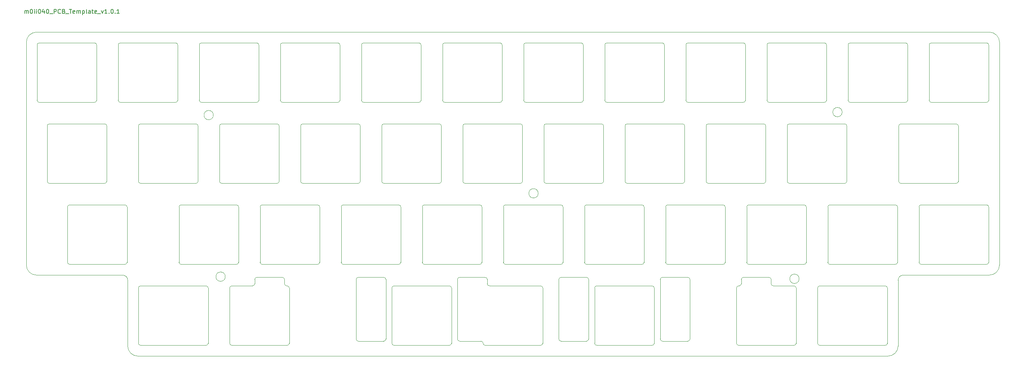
<source format=gbr>
%TF.GenerationSoftware,KiCad,Pcbnew,(7.0.0-0)*%
%TF.CreationDate,2023-04-18T10:06:41-04:00*%
%TF.ProjectId,plate,706c6174-652e-46b6-9963-61645f706362,rev?*%
%TF.SameCoordinates,Original*%
%TF.FileFunction,Profile,NP*%
%FSLAX46Y46*%
G04 Gerber Fmt 4.6, Leading zero omitted, Abs format (unit mm)*
G04 Created by KiCad (PCBNEW (7.0.0-0)) date 2023-04-18 10:06:41*
%MOMM*%
%LPD*%
G01*
G04 APERTURE LIST*
%ADD10C,0.150000*%
%TA.AperFunction,Profile*%
%ADD11C,0.010000*%
%TD*%
%TA.AperFunction,Profile*%
%ADD12C,0.100000*%
%TD*%
G04 APERTURE END LIST*
D10*
%TO.C,REF\u002A\u002A*%
X35795387Y-60379880D02*
X35795387Y-59713214D01*
X35795387Y-59808452D02*
X35843006Y-59760833D01*
X35843006Y-59760833D02*
X35938244Y-59713214D01*
X35938244Y-59713214D02*
X36081101Y-59713214D01*
X36081101Y-59713214D02*
X36176339Y-59760833D01*
X36176339Y-59760833D02*
X36223958Y-59856071D01*
X36223958Y-59856071D02*
X36223958Y-60379880D01*
X36223958Y-59856071D02*
X36271577Y-59760833D01*
X36271577Y-59760833D02*
X36366815Y-59713214D01*
X36366815Y-59713214D02*
X36509672Y-59713214D01*
X36509672Y-59713214D02*
X36604911Y-59760833D01*
X36604911Y-59760833D02*
X36652530Y-59856071D01*
X36652530Y-59856071D02*
X36652530Y-60379880D01*
X37319196Y-59379880D02*
X37414434Y-59379880D01*
X37414434Y-59379880D02*
X37509672Y-59427500D01*
X37509672Y-59427500D02*
X37557291Y-59475119D01*
X37557291Y-59475119D02*
X37604910Y-59570357D01*
X37604910Y-59570357D02*
X37652529Y-59760833D01*
X37652529Y-59760833D02*
X37652529Y-59998928D01*
X37652529Y-59998928D02*
X37604910Y-60189404D01*
X37604910Y-60189404D02*
X37557291Y-60284642D01*
X37557291Y-60284642D02*
X37509672Y-60332261D01*
X37509672Y-60332261D02*
X37414434Y-60379880D01*
X37414434Y-60379880D02*
X37319196Y-60379880D01*
X37319196Y-60379880D02*
X37223958Y-60332261D01*
X37223958Y-60332261D02*
X37176339Y-60284642D01*
X37176339Y-60284642D02*
X37128720Y-60189404D01*
X37128720Y-60189404D02*
X37081101Y-59998928D01*
X37081101Y-59998928D02*
X37081101Y-59760833D01*
X37081101Y-59760833D02*
X37128720Y-59570357D01*
X37128720Y-59570357D02*
X37176339Y-59475119D01*
X37176339Y-59475119D02*
X37223958Y-59427500D01*
X37223958Y-59427500D02*
X37319196Y-59379880D01*
X38081101Y-60379880D02*
X38081101Y-59713214D01*
X38081101Y-59379880D02*
X38033482Y-59427500D01*
X38033482Y-59427500D02*
X38081101Y-59475119D01*
X38081101Y-59475119D02*
X38128720Y-59427500D01*
X38128720Y-59427500D02*
X38081101Y-59379880D01*
X38081101Y-59379880D02*
X38081101Y-59475119D01*
X38557291Y-60379880D02*
X38557291Y-59713214D01*
X38557291Y-59379880D02*
X38509672Y-59427500D01*
X38509672Y-59427500D02*
X38557291Y-59475119D01*
X38557291Y-59475119D02*
X38604910Y-59427500D01*
X38604910Y-59427500D02*
X38557291Y-59379880D01*
X38557291Y-59379880D02*
X38557291Y-59475119D01*
X39223957Y-59379880D02*
X39319195Y-59379880D01*
X39319195Y-59379880D02*
X39414433Y-59427500D01*
X39414433Y-59427500D02*
X39462052Y-59475119D01*
X39462052Y-59475119D02*
X39509671Y-59570357D01*
X39509671Y-59570357D02*
X39557290Y-59760833D01*
X39557290Y-59760833D02*
X39557290Y-59998928D01*
X39557290Y-59998928D02*
X39509671Y-60189404D01*
X39509671Y-60189404D02*
X39462052Y-60284642D01*
X39462052Y-60284642D02*
X39414433Y-60332261D01*
X39414433Y-60332261D02*
X39319195Y-60379880D01*
X39319195Y-60379880D02*
X39223957Y-60379880D01*
X39223957Y-60379880D02*
X39128719Y-60332261D01*
X39128719Y-60332261D02*
X39081100Y-60284642D01*
X39081100Y-60284642D02*
X39033481Y-60189404D01*
X39033481Y-60189404D02*
X38985862Y-59998928D01*
X38985862Y-59998928D02*
X38985862Y-59760833D01*
X38985862Y-59760833D02*
X39033481Y-59570357D01*
X39033481Y-59570357D02*
X39081100Y-59475119D01*
X39081100Y-59475119D02*
X39128719Y-59427500D01*
X39128719Y-59427500D02*
X39223957Y-59379880D01*
X40414433Y-59713214D02*
X40414433Y-60379880D01*
X40176338Y-59332261D02*
X39938243Y-60046547D01*
X39938243Y-60046547D02*
X40557290Y-60046547D01*
X41128719Y-59379880D02*
X41223957Y-59379880D01*
X41223957Y-59379880D02*
X41319195Y-59427500D01*
X41319195Y-59427500D02*
X41366814Y-59475119D01*
X41366814Y-59475119D02*
X41414433Y-59570357D01*
X41414433Y-59570357D02*
X41462052Y-59760833D01*
X41462052Y-59760833D02*
X41462052Y-59998928D01*
X41462052Y-59998928D02*
X41414433Y-60189404D01*
X41414433Y-60189404D02*
X41366814Y-60284642D01*
X41366814Y-60284642D02*
X41319195Y-60332261D01*
X41319195Y-60332261D02*
X41223957Y-60379880D01*
X41223957Y-60379880D02*
X41128719Y-60379880D01*
X41128719Y-60379880D02*
X41033481Y-60332261D01*
X41033481Y-60332261D02*
X40985862Y-60284642D01*
X40985862Y-60284642D02*
X40938243Y-60189404D01*
X40938243Y-60189404D02*
X40890624Y-59998928D01*
X40890624Y-59998928D02*
X40890624Y-59760833D01*
X40890624Y-59760833D02*
X40938243Y-59570357D01*
X40938243Y-59570357D02*
X40985862Y-59475119D01*
X40985862Y-59475119D02*
X41033481Y-59427500D01*
X41033481Y-59427500D02*
X41128719Y-59379880D01*
X41652529Y-60475119D02*
X42414433Y-60475119D01*
X42652529Y-60379880D02*
X42652529Y-59379880D01*
X42652529Y-59379880D02*
X43033481Y-59379880D01*
X43033481Y-59379880D02*
X43128719Y-59427500D01*
X43128719Y-59427500D02*
X43176338Y-59475119D01*
X43176338Y-59475119D02*
X43223957Y-59570357D01*
X43223957Y-59570357D02*
X43223957Y-59713214D01*
X43223957Y-59713214D02*
X43176338Y-59808452D01*
X43176338Y-59808452D02*
X43128719Y-59856071D01*
X43128719Y-59856071D02*
X43033481Y-59903690D01*
X43033481Y-59903690D02*
X42652529Y-59903690D01*
X44223957Y-60284642D02*
X44176338Y-60332261D01*
X44176338Y-60332261D02*
X44033481Y-60379880D01*
X44033481Y-60379880D02*
X43938243Y-60379880D01*
X43938243Y-60379880D02*
X43795386Y-60332261D01*
X43795386Y-60332261D02*
X43700148Y-60237023D01*
X43700148Y-60237023D02*
X43652529Y-60141785D01*
X43652529Y-60141785D02*
X43604910Y-59951309D01*
X43604910Y-59951309D02*
X43604910Y-59808452D01*
X43604910Y-59808452D02*
X43652529Y-59617976D01*
X43652529Y-59617976D02*
X43700148Y-59522738D01*
X43700148Y-59522738D02*
X43795386Y-59427500D01*
X43795386Y-59427500D02*
X43938243Y-59379880D01*
X43938243Y-59379880D02*
X44033481Y-59379880D01*
X44033481Y-59379880D02*
X44176338Y-59427500D01*
X44176338Y-59427500D02*
X44223957Y-59475119D01*
X44985862Y-59856071D02*
X45128719Y-59903690D01*
X45128719Y-59903690D02*
X45176338Y-59951309D01*
X45176338Y-59951309D02*
X45223957Y-60046547D01*
X45223957Y-60046547D02*
X45223957Y-60189404D01*
X45223957Y-60189404D02*
X45176338Y-60284642D01*
X45176338Y-60284642D02*
X45128719Y-60332261D01*
X45128719Y-60332261D02*
X45033481Y-60379880D01*
X45033481Y-60379880D02*
X44652529Y-60379880D01*
X44652529Y-60379880D02*
X44652529Y-59379880D01*
X44652529Y-59379880D02*
X44985862Y-59379880D01*
X44985862Y-59379880D02*
X45081100Y-59427500D01*
X45081100Y-59427500D02*
X45128719Y-59475119D01*
X45128719Y-59475119D02*
X45176338Y-59570357D01*
X45176338Y-59570357D02*
X45176338Y-59665595D01*
X45176338Y-59665595D02*
X45128719Y-59760833D01*
X45128719Y-59760833D02*
X45081100Y-59808452D01*
X45081100Y-59808452D02*
X44985862Y-59856071D01*
X44985862Y-59856071D02*
X44652529Y-59856071D01*
X45414434Y-60475119D02*
X46176338Y-60475119D01*
X46271577Y-59379880D02*
X46843005Y-59379880D01*
X46557291Y-60379880D02*
X46557291Y-59379880D01*
X47557291Y-60332261D02*
X47462053Y-60379880D01*
X47462053Y-60379880D02*
X47271577Y-60379880D01*
X47271577Y-60379880D02*
X47176339Y-60332261D01*
X47176339Y-60332261D02*
X47128720Y-60237023D01*
X47128720Y-60237023D02*
X47128720Y-59856071D01*
X47128720Y-59856071D02*
X47176339Y-59760833D01*
X47176339Y-59760833D02*
X47271577Y-59713214D01*
X47271577Y-59713214D02*
X47462053Y-59713214D01*
X47462053Y-59713214D02*
X47557291Y-59760833D01*
X47557291Y-59760833D02*
X47604910Y-59856071D01*
X47604910Y-59856071D02*
X47604910Y-59951309D01*
X47604910Y-59951309D02*
X47128720Y-60046547D01*
X48033482Y-60379880D02*
X48033482Y-59713214D01*
X48033482Y-59808452D02*
X48081101Y-59760833D01*
X48081101Y-59760833D02*
X48176339Y-59713214D01*
X48176339Y-59713214D02*
X48319196Y-59713214D01*
X48319196Y-59713214D02*
X48414434Y-59760833D01*
X48414434Y-59760833D02*
X48462053Y-59856071D01*
X48462053Y-59856071D02*
X48462053Y-60379880D01*
X48462053Y-59856071D02*
X48509672Y-59760833D01*
X48509672Y-59760833D02*
X48604910Y-59713214D01*
X48604910Y-59713214D02*
X48747767Y-59713214D01*
X48747767Y-59713214D02*
X48843006Y-59760833D01*
X48843006Y-59760833D02*
X48890625Y-59856071D01*
X48890625Y-59856071D02*
X48890625Y-60379880D01*
X49366815Y-59713214D02*
X49366815Y-60713214D01*
X49366815Y-59760833D02*
X49462053Y-59713214D01*
X49462053Y-59713214D02*
X49652529Y-59713214D01*
X49652529Y-59713214D02*
X49747767Y-59760833D01*
X49747767Y-59760833D02*
X49795386Y-59808452D01*
X49795386Y-59808452D02*
X49843005Y-59903690D01*
X49843005Y-59903690D02*
X49843005Y-60189404D01*
X49843005Y-60189404D02*
X49795386Y-60284642D01*
X49795386Y-60284642D02*
X49747767Y-60332261D01*
X49747767Y-60332261D02*
X49652529Y-60379880D01*
X49652529Y-60379880D02*
X49462053Y-60379880D01*
X49462053Y-60379880D02*
X49366815Y-60332261D01*
X50414434Y-60379880D02*
X50319196Y-60332261D01*
X50319196Y-60332261D02*
X50271577Y-60237023D01*
X50271577Y-60237023D02*
X50271577Y-59379880D01*
X51223958Y-60379880D02*
X51223958Y-59856071D01*
X51223958Y-59856071D02*
X51176339Y-59760833D01*
X51176339Y-59760833D02*
X51081101Y-59713214D01*
X51081101Y-59713214D02*
X50890625Y-59713214D01*
X50890625Y-59713214D02*
X50795387Y-59760833D01*
X51223958Y-60332261D02*
X51128720Y-60379880D01*
X51128720Y-60379880D02*
X50890625Y-60379880D01*
X50890625Y-60379880D02*
X50795387Y-60332261D01*
X50795387Y-60332261D02*
X50747768Y-60237023D01*
X50747768Y-60237023D02*
X50747768Y-60141785D01*
X50747768Y-60141785D02*
X50795387Y-60046547D01*
X50795387Y-60046547D02*
X50890625Y-59998928D01*
X50890625Y-59998928D02*
X51128720Y-59998928D01*
X51128720Y-59998928D02*
X51223958Y-59951309D01*
X51557292Y-59713214D02*
X51938244Y-59713214D01*
X51700149Y-59379880D02*
X51700149Y-60237023D01*
X51700149Y-60237023D02*
X51747768Y-60332261D01*
X51747768Y-60332261D02*
X51843006Y-60379880D01*
X51843006Y-60379880D02*
X51938244Y-60379880D01*
X52652530Y-60332261D02*
X52557292Y-60379880D01*
X52557292Y-60379880D02*
X52366816Y-60379880D01*
X52366816Y-60379880D02*
X52271578Y-60332261D01*
X52271578Y-60332261D02*
X52223959Y-60237023D01*
X52223959Y-60237023D02*
X52223959Y-59856071D01*
X52223959Y-59856071D02*
X52271578Y-59760833D01*
X52271578Y-59760833D02*
X52366816Y-59713214D01*
X52366816Y-59713214D02*
X52557292Y-59713214D01*
X52557292Y-59713214D02*
X52652530Y-59760833D01*
X52652530Y-59760833D02*
X52700149Y-59856071D01*
X52700149Y-59856071D02*
X52700149Y-59951309D01*
X52700149Y-59951309D02*
X52223959Y-60046547D01*
X52890626Y-60475119D02*
X53652530Y-60475119D01*
X53795388Y-59713214D02*
X54033483Y-60379880D01*
X54033483Y-60379880D02*
X54271578Y-59713214D01*
X55176340Y-60379880D02*
X54604912Y-60379880D01*
X54890626Y-60379880D02*
X54890626Y-59379880D01*
X54890626Y-59379880D02*
X54795388Y-59522738D01*
X54795388Y-59522738D02*
X54700150Y-59617976D01*
X54700150Y-59617976D02*
X54604912Y-59665595D01*
X55604912Y-60284642D02*
X55652531Y-60332261D01*
X55652531Y-60332261D02*
X55604912Y-60379880D01*
X55604912Y-60379880D02*
X55557293Y-60332261D01*
X55557293Y-60332261D02*
X55604912Y-60284642D01*
X55604912Y-60284642D02*
X55604912Y-60379880D01*
X56271578Y-59379880D02*
X56366816Y-59379880D01*
X56366816Y-59379880D02*
X56462054Y-59427500D01*
X56462054Y-59427500D02*
X56509673Y-59475119D01*
X56509673Y-59475119D02*
X56557292Y-59570357D01*
X56557292Y-59570357D02*
X56604911Y-59760833D01*
X56604911Y-59760833D02*
X56604911Y-59998928D01*
X56604911Y-59998928D02*
X56557292Y-60189404D01*
X56557292Y-60189404D02*
X56509673Y-60284642D01*
X56509673Y-60284642D02*
X56462054Y-60332261D01*
X56462054Y-60332261D02*
X56366816Y-60379880D01*
X56366816Y-60379880D02*
X56271578Y-60379880D01*
X56271578Y-60379880D02*
X56176340Y-60332261D01*
X56176340Y-60332261D02*
X56128721Y-60284642D01*
X56128721Y-60284642D02*
X56081102Y-60189404D01*
X56081102Y-60189404D02*
X56033483Y-59998928D01*
X56033483Y-59998928D02*
X56033483Y-59760833D01*
X56033483Y-59760833D02*
X56081102Y-59570357D01*
X56081102Y-59570357D02*
X56128721Y-59475119D01*
X56128721Y-59475119D02*
X56176340Y-59427500D01*
X56176340Y-59427500D02*
X56271578Y-59379880D01*
X57033483Y-60284642D02*
X57081102Y-60332261D01*
X57081102Y-60332261D02*
X57033483Y-60379880D01*
X57033483Y-60379880D02*
X56985864Y-60332261D01*
X56985864Y-60332261D02*
X57033483Y-60284642D01*
X57033483Y-60284642D02*
X57033483Y-60379880D01*
X58033482Y-60379880D02*
X57462054Y-60379880D01*
X57747768Y-60379880D02*
X57747768Y-59379880D01*
X57747768Y-59379880D02*
X57652530Y-59522738D01*
X57652530Y-59522738D02*
X57557292Y-59617976D01*
X57557292Y-59617976D02*
X57462054Y-59665595D01*
D11*
X62512500Y-86850000D02*
X62512500Y-99850000D01*
X63012500Y-100350000D02*
X76012500Y-100350000D01*
X76012500Y-86350000D02*
X63012500Y-86350000D01*
X76512500Y-99850000D02*
X76512500Y-86850000D01*
X63012500Y-86350000D02*
G75*
G03*
X62512500Y-86850000I1J-500001D01*
G01*
X62512500Y-99850000D02*
G75*
G03*
X63012500Y-100350000I500001J1D01*
G01*
X76512500Y-86850000D02*
G75*
G03*
X76012500Y-86350000I-500000J0D01*
G01*
X76012500Y-100350000D02*
G75*
G03*
X76512500Y-99850000I0J500000D01*
G01*
X191100000Y-67800000D02*
X191100000Y-80800000D01*
X191600000Y-81300000D02*
X204600000Y-81300000D01*
X204600000Y-67300000D02*
X191600000Y-67300000D01*
X205100000Y-80800000D02*
X205100000Y-67800000D01*
X191600000Y-67300000D02*
G75*
G03*
X191100000Y-67800000I1J-500001D01*
G01*
X191100000Y-80800000D02*
G75*
G03*
X191600000Y-81300000I500001J1D01*
G01*
X205100000Y-67800000D02*
G75*
G03*
X204600000Y-67300000I-500000J0D01*
G01*
X204600000Y-81300000D02*
G75*
G03*
X205100000Y-80800000I0J500000D01*
G01*
X153000000Y-67800000D02*
X153000000Y-80800000D01*
X153500000Y-81300000D02*
X166500000Y-81300000D01*
X166500000Y-67300000D02*
X153500000Y-67300000D01*
X167000000Y-80800000D02*
X167000000Y-67800000D01*
X153500000Y-67300000D02*
G75*
G03*
X153000000Y-67800000I1J-500001D01*
G01*
X153000000Y-80800000D02*
G75*
G03*
X153500000Y-81300000I500001J1D01*
G01*
X167000000Y-67800000D02*
G75*
G03*
X166500000Y-67300000I-500000J0D01*
G01*
X166500000Y-81300000D02*
G75*
G03*
X167000000Y-80800000I0J500000D01*
G01*
X176812500Y-86850000D02*
X176812500Y-99850000D01*
X177312500Y-100350000D02*
X190312500Y-100350000D01*
X190312500Y-86350000D02*
X177312500Y-86350000D01*
X190812500Y-99850000D02*
X190812500Y-86850000D01*
X177312500Y-86350000D02*
G75*
G03*
X176812500Y-86850000I1J-500001D01*
G01*
X176812500Y-99850000D02*
G75*
G03*
X177312500Y-100350000I500001J1D01*
G01*
X190812500Y-86850000D02*
G75*
G03*
X190312500Y-86350000I-500000J0D01*
G01*
X190312500Y-100350000D02*
G75*
G03*
X190812500Y-99850000I0J500000D01*
G01*
X157762500Y-86850000D02*
X157762500Y-99850000D01*
X158262500Y-100350000D02*
X171262500Y-100350000D01*
X171262500Y-86350000D02*
X158262500Y-86350000D01*
X171762500Y-99850000D02*
X171762500Y-86850000D01*
X158262500Y-86350000D02*
G75*
G03*
X157762500Y-86850000I1J-500001D01*
G01*
X157762500Y-99850000D02*
G75*
G03*
X158262500Y-100350000I500001J1D01*
G01*
X171762500Y-86850000D02*
G75*
G03*
X171262500Y-86350000I-500000J0D01*
G01*
X171262500Y-100350000D02*
G75*
G03*
X171762500Y-99850000I0J500000D01*
G01*
D12*
X36175000Y-67156250D02*
X36175000Y-119543750D01*
X38556250Y-121925000D02*
X58796875Y-121925000D01*
X59987500Y-123115625D02*
X59987500Y-138593750D01*
X62368750Y-140975000D02*
X238581250Y-140975000D01*
X240962500Y-138593750D02*
X240962500Y-123115625D01*
X242153125Y-121925000D02*
X262393750Y-121925000D01*
X262393750Y-64775000D02*
X38556250Y-64775000D01*
X264775000Y-119543750D02*
X264775000Y-67156250D01*
X38556250Y-64775000D02*
G75*
G03*
X36175000Y-67156250I0J-2381250D01*
G01*
X36175000Y-119543750D02*
G75*
G03*
X38556250Y-121925000I2381250J0D01*
G01*
X59987500Y-123115625D02*
G75*
G03*
X58796875Y-121925000I-1190600J25D01*
G01*
X59987500Y-138593750D02*
G75*
G03*
X62368750Y-140975000I2381250J0D01*
G01*
X242153125Y-121925000D02*
G75*
G03*
X240962500Y-123115625I-25J-1190600D01*
G01*
X238581250Y-140975000D02*
G75*
G03*
X240962500Y-138593750I-50J2381300D01*
G01*
X264775000Y-67156250D02*
G75*
G03*
X262393750Y-64775000I-2381300J-50D01*
G01*
X262393750Y-121925000D02*
G75*
G03*
X264775000Y-119543750I-50J2381300D01*
G01*
X80109958Y-84289904D02*
G75*
G03*
X80109958Y-84289904I-1100000J0D01*
G01*
X82909958Y-122289904D02*
G75*
G03*
X82909958Y-122289904I-1100000J0D01*
G01*
X156409958Y-102689904D02*
G75*
G03*
X156409958Y-102689904I-1100000J0D01*
G01*
X217709958Y-122789904D02*
G75*
G03*
X217709958Y-122789904I-1100000J0D01*
G01*
X227809958Y-83589904D02*
G75*
G03*
X227809958Y-83589904I-1100000J0D01*
G01*
D11*
X248250000Y-67800000D02*
X248250000Y-80800000D01*
X248750000Y-81300000D02*
X261750000Y-81300000D01*
X261750000Y-67300000D02*
X248750000Y-67300000D01*
X262250000Y-80800000D02*
X262250000Y-67800000D01*
X248750000Y-67300000D02*
G75*
G03*
X248250000Y-67800000I1J-500001D01*
G01*
X248250000Y-80800000D02*
G75*
G03*
X248750000Y-81300000I500001J1D01*
G01*
X262250000Y-67800000D02*
G75*
G03*
X261750000Y-67300000I-500000J0D01*
G01*
X261750000Y-81300000D02*
G75*
G03*
X262250000Y-80800000I0J500000D01*
G01*
X133950000Y-67800000D02*
X133950000Y-80800000D01*
X134450000Y-81300000D02*
X147450000Y-81300000D01*
X147450000Y-67300000D02*
X134450000Y-67300000D01*
X147950000Y-80800000D02*
X147950000Y-67800000D01*
X134450000Y-67300000D02*
G75*
G03*
X133950000Y-67800000I1J-500001D01*
G01*
X133950000Y-80800000D02*
G75*
G03*
X134450000Y-81300000I500001J1D01*
G01*
X147950000Y-67800000D02*
G75*
G03*
X147450000Y-67300000I-500000J0D01*
G01*
X147450000Y-81300000D02*
G75*
G03*
X147950000Y-80800000I0J500000D01*
G01*
X91087500Y-105900000D02*
X91087500Y-118900000D01*
X91587500Y-119400000D02*
X104587500Y-119400000D01*
X104587500Y-105400000D02*
X91587500Y-105400000D01*
X105087500Y-118900000D02*
X105087500Y-105900000D01*
X91587500Y-105400000D02*
G75*
G03*
X91087500Y-105900000I1J-500001D01*
G01*
X91087500Y-118900000D02*
G75*
G03*
X91587500Y-119400000I500001J1D01*
G01*
X105087500Y-105900000D02*
G75*
G03*
X104587500Y-105400000I-500000J0D01*
G01*
X104587500Y-119400000D02*
G75*
G03*
X105087500Y-118900000I0J500000D01*
G01*
X148237500Y-105900000D02*
X148237500Y-118900000D01*
X148737500Y-119400000D02*
X161737500Y-119400000D01*
X161737500Y-105400000D02*
X148737500Y-105400000D01*
X162237500Y-118900000D02*
X162237500Y-105900000D01*
X148737500Y-105400000D02*
G75*
G03*
X148237500Y-105900000I1J-500001D01*
G01*
X148237500Y-118900000D02*
G75*
G03*
X148737500Y-119400000I500001J1D01*
G01*
X162237500Y-105900000D02*
G75*
G03*
X161737500Y-105400000I-500000J0D01*
G01*
X161737500Y-119400000D02*
G75*
G03*
X162237500Y-118900000I0J500000D01*
G01*
X41081250Y-86850000D02*
X41081250Y-99850000D01*
X41581250Y-100350000D02*
X54581250Y-100350000D01*
X54581250Y-86350000D02*
X41581250Y-86350000D01*
X55081250Y-99850000D02*
X55081250Y-86850000D01*
X41581250Y-86350000D02*
G75*
G03*
X41081250Y-86850000I1J-500001D01*
G01*
X41081250Y-99850000D02*
G75*
G03*
X41581250Y-100350000I500001J1D01*
G01*
X55081250Y-86850000D02*
G75*
G03*
X54581250Y-86350000I-500000J0D01*
G01*
X54581250Y-100350000D02*
G75*
G03*
X55081250Y-99850000I0J500000D01*
G01*
X195862500Y-86850000D02*
X195862500Y-99850000D01*
X196362500Y-100350000D02*
X209362500Y-100350000D01*
X209362500Y-86350000D02*
X196362500Y-86350000D01*
X209862500Y-99850000D02*
X209862500Y-86850000D01*
X196362500Y-86350000D02*
G75*
G03*
X195862500Y-86850000I1J-500001D01*
G01*
X195862500Y-99850000D02*
G75*
G03*
X196362500Y-100350000I500001J1D01*
G01*
X209862500Y-86850000D02*
G75*
G03*
X209362500Y-86350000I-500000J0D01*
G01*
X209362500Y-100350000D02*
G75*
G03*
X209862500Y-99850000I0J500000D01*
G01*
X224437500Y-105900000D02*
X224437500Y-118900000D01*
X224937500Y-119400000D02*
X240318750Y-119400000D01*
X240318750Y-105400000D02*
X224937500Y-105400000D01*
X240818750Y-118900000D02*
X240818750Y-105900000D01*
X245868750Y-105900000D02*
X245868750Y-118900000D01*
X246368750Y-119400000D02*
X261750000Y-119400000D01*
X261750000Y-105400000D02*
X246368750Y-105400000D01*
X262250000Y-118900000D02*
X262250000Y-105900000D01*
X224937500Y-105400000D02*
G75*
G03*
X224437500Y-105900000I1J-500001D01*
G01*
X224437500Y-118900000D02*
G75*
G03*
X224937500Y-119400000I500001J1D01*
G01*
X240818750Y-105900000D02*
G75*
G03*
X240318750Y-105400000I-500000J0D01*
G01*
X240318750Y-119400000D02*
G75*
G03*
X240818750Y-118900000I0J500000D01*
G01*
X246368750Y-105400000D02*
G75*
G03*
X245868750Y-105900000I0J-500000D01*
G01*
X245868750Y-118900000D02*
G75*
G03*
X246368750Y-119400000I500000J0D01*
G01*
X262249950Y-105900000D02*
G75*
G03*
X261750000Y-105400000I-500000J0D01*
G01*
X261750000Y-119400050D02*
G75*
G03*
X262250000Y-118900000I-50J500050D01*
G01*
X76800000Y-67800000D02*
X76800000Y-80800000D01*
X77300000Y-81300000D02*
X90300000Y-81300000D01*
X90300000Y-67300000D02*
X77300000Y-67300000D01*
X90800000Y-80800000D02*
X90800000Y-67800000D01*
X77300000Y-67300000D02*
G75*
G03*
X76800000Y-67800000I1J-500001D01*
G01*
X76800000Y-80800000D02*
G75*
G03*
X77300000Y-81300000I500001J1D01*
G01*
X90800000Y-67800000D02*
G75*
G03*
X90300000Y-67300000I-500000J0D01*
G01*
X90300000Y-81300000D02*
G75*
G03*
X90800000Y-80800000I0J500000D01*
G01*
X45843750Y-105900000D02*
X45843750Y-118900000D01*
X46343750Y-119400000D02*
X59343750Y-119400000D01*
X59343750Y-105400000D02*
X46343750Y-105400000D01*
X59843750Y-118900000D02*
X59843750Y-105900000D01*
X46343750Y-105400000D02*
G75*
G03*
X45843750Y-105900000I1J-500001D01*
G01*
X45843750Y-118900000D02*
G75*
G03*
X46343750Y-119400000I500001J1D01*
G01*
X59843750Y-105900000D02*
G75*
G03*
X59343750Y-105400000I-500000J0D01*
G01*
X59343750Y-119400000D02*
G75*
G03*
X59843750Y-118900000I0J500000D01*
G01*
X229200000Y-67800000D02*
X229200000Y-80800000D01*
X229700000Y-81300000D02*
X242700000Y-81300000D01*
X242700000Y-67300000D02*
X229700000Y-67300000D01*
X243200000Y-80800000D02*
X243200000Y-67800000D01*
X229700000Y-67300000D02*
G75*
G03*
X229200000Y-67800000I1J-500001D01*
G01*
X229200000Y-80800000D02*
G75*
G03*
X229700000Y-81300000I500001J1D01*
G01*
X243200000Y-67800000D02*
G75*
G03*
X242700000Y-67300000I-500000J0D01*
G01*
X242700000Y-81300000D02*
G75*
G03*
X243200000Y-80800000I0J500000D01*
G01*
X210150000Y-67800000D02*
X210150000Y-80800000D01*
X210650000Y-81300000D02*
X223650000Y-81300000D01*
X223650000Y-67300000D02*
X210650000Y-67300000D01*
X224150000Y-80800000D02*
X224150000Y-67800000D01*
X210650000Y-67300000D02*
G75*
G03*
X210150000Y-67800000I1J-500001D01*
G01*
X210150000Y-80800000D02*
G75*
G03*
X210650000Y-81300000I500001J1D01*
G01*
X224150000Y-67800000D02*
G75*
G03*
X223650000Y-67300000I-500000J0D01*
G01*
X223650000Y-81300000D02*
G75*
G03*
X224150000Y-80800000I0J500000D01*
G01*
X100612500Y-86850000D02*
X100612500Y-99850000D01*
X101112500Y-100350000D02*
X114112500Y-100350000D01*
X114112500Y-86350000D02*
X101112500Y-86350000D01*
X114612500Y-99850000D02*
X114612500Y-86850000D01*
X101112500Y-86350000D02*
G75*
G03*
X100612500Y-86850000I1J-500001D01*
G01*
X100612500Y-99850000D02*
G75*
G03*
X101112500Y-100350000I500001J1D01*
G01*
X114612500Y-86850000D02*
G75*
G03*
X114112500Y-86350000I-500000J0D01*
G01*
X114112500Y-100350000D02*
G75*
G03*
X114612500Y-99850000I0J500000D01*
G01*
X110137500Y-105900000D02*
X110137500Y-118900000D01*
X110637500Y-119400000D02*
X123637500Y-119400000D01*
X123637500Y-105400000D02*
X110637500Y-105400000D01*
X124137500Y-118900000D02*
X124137500Y-105900000D01*
X110637500Y-105400000D02*
G75*
G03*
X110137500Y-105900000I1J-500001D01*
G01*
X110137500Y-118900000D02*
G75*
G03*
X110637500Y-119400000I500001J1D01*
G01*
X124137500Y-105900000D02*
G75*
G03*
X123637500Y-105400000I-500000J0D01*
G01*
X123637500Y-119400000D02*
G75*
G03*
X124137500Y-118900000I0J500000D01*
G01*
X167287500Y-105900000D02*
X167287500Y-118900000D01*
X167787500Y-119400000D02*
X180787500Y-119400000D01*
X180787500Y-105400000D02*
X167787500Y-105400000D01*
X181287500Y-118900000D02*
X181287500Y-105900000D01*
X167787500Y-105400000D02*
G75*
G03*
X167287500Y-105900000I1J-500001D01*
G01*
X167287500Y-118900000D02*
G75*
G03*
X167787500Y-119400000I500001J1D01*
G01*
X181287500Y-105900000D02*
G75*
G03*
X180787500Y-105400000I-500000J0D01*
G01*
X180787500Y-119400000D02*
G75*
G03*
X181287500Y-118900000I0J500000D01*
G01*
X129187500Y-105900000D02*
X129187500Y-118900000D01*
X129687500Y-119400000D02*
X142687500Y-119400000D01*
X142687500Y-105400000D02*
X129687500Y-105400000D01*
X143187500Y-118900000D02*
X143187500Y-105900000D01*
X129687500Y-105400000D02*
G75*
G03*
X129187500Y-105900000I1J-500001D01*
G01*
X129187500Y-118900000D02*
G75*
G03*
X129687500Y-119400000I500001J1D01*
G01*
X143187500Y-105900000D02*
G75*
G03*
X142687500Y-105400000I-500000J0D01*
G01*
X142687500Y-119400000D02*
G75*
G03*
X143187500Y-118900000I0J500000D01*
G01*
X38700000Y-67800000D02*
X38700000Y-80800000D01*
X39200000Y-81300000D02*
X52200000Y-81300000D01*
X52200000Y-67300000D02*
X39200000Y-67300000D01*
X52700000Y-80800000D02*
X52700000Y-67800000D01*
X39200000Y-67300000D02*
G75*
G03*
X38700000Y-67800000I1J-500001D01*
G01*
X38700000Y-80800000D02*
G75*
G03*
X39200000Y-81300000I500001J1D01*
G01*
X52700000Y-67800000D02*
G75*
G03*
X52200000Y-67300000I-500000J0D01*
G01*
X52200000Y-81300000D02*
G75*
G03*
X52700000Y-80800000I0J500000D01*
G01*
X57750000Y-67800000D02*
X57750000Y-80800000D01*
X58250000Y-81300000D02*
X71250000Y-81300000D01*
X71250000Y-67300000D02*
X58250000Y-67300000D01*
X71750000Y-80800000D02*
X71750000Y-67800000D01*
X58250000Y-67300000D02*
G75*
G03*
X57750000Y-67800000I1J-500001D01*
G01*
X57750000Y-80800000D02*
G75*
G03*
X58250000Y-81300000I500001J1D01*
G01*
X71750000Y-67800000D02*
G75*
G03*
X71250000Y-67300000I-500000J0D01*
G01*
X71250000Y-81300000D02*
G75*
G03*
X71750000Y-80800000I0J500000D01*
G01*
X119662500Y-86850000D02*
X119662500Y-99850000D01*
X120162500Y-100350000D02*
X133162500Y-100350000D01*
X133162500Y-86350000D02*
X120162500Y-86350000D01*
X133662500Y-99850000D02*
X133662500Y-86850000D01*
X120162500Y-86350000D02*
G75*
G03*
X119662500Y-86850000I1J-500001D01*
G01*
X119662500Y-99850000D02*
G75*
G03*
X120162500Y-100350000I500001J1D01*
G01*
X133662500Y-86850000D02*
G75*
G03*
X133162500Y-86350000I-500000J0D01*
G01*
X133162500Y-100350000D02*
G75*
G03*
X133662500Y-99850000I0J500000D01*
G01*
X172050000Y-67800000D02*
X172050000Y-80800000D01*
X172550000Y-81300000D02*
X185550000Y-81300000D01*
X185550000Y-67300000D02*
X172550000Y-67300000D01*
X186050000Y-80800000D02*
X186050000Y-67800000D01*
X172550000Y-67300000D02*
G75*
G03*
X172050000Y-67800000I1J-500001D01*
G01*
X172050000Y-80800000D02*
G75*
G03*
X172550000Y-81300000I500001J1D01*
G01*
X186050000Y-67800000D02*
G75*
G03*
X185550000Y-67300000I-500000J0D01*
G01*
X185550000Y-81300000D02*
G75*
G03*
X186050000Y-80800000I0J500000D01*
G01*
X72037500Y-105900000D02*
X72037500Y-118900000D01*
X72537500Y-119400000D02*
X85537500Y-119400000D01*
X85537500Y-105400000D02*
X72537500Y-105400000D01*
X86037500Y-118900000D02*
X86037500Y-105900000D01*
X72537500Y-105400000D02*
G75*
G03*
X72037500Y-105900000I1J-500001D01*
G01*
X72037500Y-118900000D02*
G75*
G03*
X72537500Y-119400000I500001J1D01*
G01*
X86037500Y-105900000D02*
G75*
G03*
X85537500Y-105400000I-500000J0D01*
G01*
X85537500Y-119400000D02*
G75*
G03*
X86037500Y-118900000I0J500000D01*
G01*
X95850000Y-67800000D02*
X95850000Y-80800000D01*
X96350000Y-81300000D02*
X109350000Y-81300000D01*
X109350000Y-67300000D02*
X96350000Y-67300000D01*
X109850000Y-80800000D02*
X109850000Y-67800000D01*
X96350000Y-67300000D02*
G75*
G03*
X95850000Y-67800000I1J-500001D01*
G01*
X95850000Y-80800000D02*
G75*
G03*
X96350000Y-81300000I500001J1D01*
G01*
X109850000Y-67800000D02*
G75*
G03*
X109350000Y-67300000I-500000J0D01*
G01*
X109350000Y-81300000D02*
G75*
G03*
X109850000Y-80800000I0J500000D01*
G01*
X186337500Y-105900000D02*
X186337500Y-118900000D01*
X186837500Y-119400000D02*
X199837500Y-119400000D01*
X199837500Y-105400000D02*
X186837500Y-105400000D01*
X200337500Y-118900000D02*
X200337500Y-105900000D01*
X186837500Y-105400000D02*
G75*
G03*
X186337500Y-105900000I1J-500001D01*
G01*
X186337500Y-118900000D02*
G75*
G03*
X186837500Y-119400000I500001J1D01*
G01*
X200337500Y-105900000D02*
G75*
G03*
X199837500Y-105400000I-500000J0D01*
G01*
X199837500Y-119400000D02*
G75*
G03*
X200337500Y-118900000I0J500000D01*
G01*
X138712500Y-86850000D02*
X138712500Y-99850000D01*
X139212500Y-100350000D02*
X152212500Y-100350000D01*
X152212500Y-86350000D02*
X139212500Y-86350000D01*
X152712500Y-99850000D02*
X152712500Y-86850000D01*
X139212500Y-86350000D02*
G75*
G03*
X138712500Y-86850000I1J-500001D01*
G01*
X138712500Y-99850000D02*
G75*
G03*
X139212500Y-100350000I500001J1D01*
G01*
X152712500Y-86850000D02*
G75*
G03*
X152212500Y-86350000I-500000J0D01*
G01*
X152212500Y-100350000D02*
G75*
G03*
X152712500Y-99850000I0J500000D01*
G01*
X62512500Y-124950000D02*
X62512500Y-137950000D01*
X63012500Y-138450000D02*
X78393750Y-138450000D01*
X78393750Y-124450000D02*
X63012500Y-124450000D01*
X78893750Y-137950000D02*
X78893750Y-124950000D01*
X83943750Y-124950000D02*
X83943750Y-137950000D01*
X84443750Y-138450000D02*
X97443750Y-138450000D01*
X89325000Y-124450000D02*
X84443750Y-124450000D01*
X89825000Y-123950000D02*
X89825000Y-122950000D01*
X90325000Y-122450000D02*
X96325000Y-122450000D01*
X96825000Y-122950000D02*
X96825000Y-123950000D01*
X97443750Y-124450000D02*
X97325000Y-124450000D01*
X97943750Y-137950000D02*
X97943750Y-124950000D01*
X113637500Y-136950000D02*
X113637500Y-122950000D01*
X114137500Y-122450000D02*
X120137500Y-122450000D01*
X120137500Y-137450000D02*
X114137500Y-137450000D01*
X120637500Y-122950000D02*
X120637500Y-136950000D01*
X122043750Y-137950000D02*
X122043750Y-124950000D01*
X122543750Y-124450000D02*
X135543750Y-124450000D01*
X135543750Y-138450000D02*
X122543750Y-138450000D01*
X136043750Y-124950000D02*
X136043750Y-137950000D01*
X137450000Y-136950000D02*
X137450000Y-122950000D01*
X137950000Y-122450000D02*
X143950000Y-122450000D01*
X142975000Y-137450000D02*
X137950000Y-137450000D01*
X143475000Y-137950000D02*
X143475000Y-137950000D01*
X144450000Y-122950000D02*
X144450000Y-123950000D01*
X144950000Y-124450000D02*
X156975000Y-124450000D01*
X156975000Y-138450000D02*
X143975000Y-138450000D01*
X157475000Y-124950000D02*
X157475000Y-137950000D01*
X161262500Y-136950000D02*
X161262500Y-122950000D01*
X161762500Y-122450000D02*
X167762500Y-122450000D01*
X167762500Y-137450000D02*
X161762500Y-137450000D01*
X168262500Y-122950000D02*
X168262500Y-136950000D01*
X169668750Y-137950000D02*
X169668750Y-124950000D01*
X170168750Y-124450000D02*
X183168750Y-124450000D01*
X183168750Y-138450000D02*
X170168750Y-138450000D01*
X183668750Y-124950000D02*
X183668750Y-137950000D01*
X185075000Y-136950000D02*
X185075000Y-122950000D01*
X185575000Y-122450000D02*
X191575000Y-122450000D01*
X191575000Y-137450000D02*
X185575000Y-137450000D01*
X192075000Y-122950000D02*
X192075000Y-136950000D01*
X203006250Y-124950000D02*
X203006250Y-137950000D01*
X203506250Y-138450000D02*
X216506250Y-138450000D01*
X203625000Y-124450000D02*
X203506250Y-124450000D01*
X204125000Y-123950000D02*
X204125000Y-122950000D01*
X204625000Y-122450000D02*
X210625000Y-122450000D01*
X211125000Y-122950000D02*
X211125000Y-123950000D01*
X216506250Y-124450000D02*
X211625000Y-124450000D01*
X217006250Y-137950000D02*
X217006250Y-124950000D01*
X222056250Y-124950000D02*
X222056250Y-137950000D01*
X222556250Y-138450000D02*
X237937500Y-138450000D01*
X237937500Y-124450000D02*
X222556250Y-124450000D01*
X238437500Y-137950000D02*
X238437500Y-124950000D01*
X63012500Y-124450000D02*
G75*
G03*
X62512500Y-124950000I1J-500001D01*
G01*
X62512500Y-137950000D02*
G75*
G03*
X63012500Y-138450000I500001J1D01*
G01*
X78893750Y-124950000D02*
G75*
G03*
X78393750Y-124450000I-500001J-1D01*
G01*
X78393750Y-138450000D02*
G75*
G03*
X78893750Y-137950000I-1J500001D01*
G01*
X84443750Y-124450000D02*
G75*
G03*
X83943750Y-124950000I1J-500001D01*
G01*
X83943750Y-137950000D02*
G75*
G03*
X84443750Y-138450000I500001J1D01*
G01*
X90325000Y-122450000D02*
G75*
G03*
X89825000Y-122950000I1J-500001D01*
G01*
X89325000Y-124450000D02*
G75*
G03*
X89825000Y-123950000I-1J500001D01*
G01*
X96825000Y-122950000D02*
G75*
G03*
X96325001Y-122449999I-500000J1D01*
G01*
X96825000Y-123950000D02*
G75*
G03*
X97325000Y-124450000I500001J1D01*
G01*
X97943750Y-124950000D02*
G75*
G03*
X97443750Y-124450000I-500001J-1D01*
G01*
X97443750Y-138450000D02*
G75*
G03*
X97943750Y-137950000I-1J500001D01*
G01*
X114137500Y-122450000D02*
G75*
G03*
X113637500Y-122950000I1J-500001D01*
G01*
X113637500Y-136950000D02*
G75*
G03*
X114137500Y-137450000I500001J1D01*
G01*
X120637500Y-122950000D02*
G75*
G03*
X120137500Y-122450000I-500001J-1D01*
G01*
X120137500Y-137450000D02*
G75*
G03*
X120637500Y-136950000I-1J500001D01*
G01*
X122543750Y-124450000D02*
G75*
G03*
X122043750Y-124950000I1J-500001D01*
G01*
X122043750Y-137950000D02*
G75*
G03*
X122543750Y-138450000I500001J1D01*
G01*
X136043750Y-124950000D02*
G75*
G03*
X135543750Y-124450000I-500000J0D01*
G01*
X135543750Y-138450000D02*
G75*
G03*
X136043750Y-137950000I0J500000D01*
G01*
X137950000Y-122449999D02*
G75*
G03*
X137449999Y-122949999I30J-500031D01*
G01*
X137449949Y-136950000D02*
G75*
G03*
X137949999Y-137450001I500001J0D01*
G01*
X143475050Y-137950000D02*
G75*
G03*
X142975000Y-137450000I-500100J-100D01*
G01*
X144449950Y-122950000D02*
G75*
G03*
X143950000Y-122450000I-500000J0D01*
G01*
X143475050Y-137950000D02*
G75*
G03*
X143975000Y-138450000I500000J0D01*
G01*
X144449950Y-123950000D02*
G75*
G03*
X144950000Y-124450000I500100J100D01*
G01*
X157474950Y-124950000D02*
G75*
G03*
X156975000Y-124450000I-500000J0D01*
G01*
X156975000Y-138450050D02*
G75*
G03*
X157475000Y-137950000I-50J500050D01*
G01*
X161762500Y-122449950D02*
G75*
G03*
X161262500Y-122950000I50J-500050D01*
G01*
X161262550Y-136950000D02*
G75*
G03*
X161762500Y-137450000I500000J0D01*
G01*
X168262450Y-122950000D02*
G75*
G03*
X167762500Y-122450000I-500000J0D01*
G01*
X167762500Y-137450050D02*
G75*
G03*
X168262500Y-136950000I-50J500050D01*
G01*
X170168750Y-124450000D02*
G75*
G03*
X169668750Y-124950000I0J-500000D01*
G01*
X169668750Y-137950000D02*
G75*
G03*
X170168750Y-138450000I500000J0D01*
G01*
X183668750Y-124950000D02*
G75*
G03*
X183168750Y-124450000I-500000J0D01*
G01*
X183168750Y-138450000D02*
G75*
G03*
X183668750Y-137950000I0J500000D01*
G01*
X185575000Y-122450049D02*
G75*
G03*
X185074999Y-122949999I-50J-499951D01*
G01*
X185074949Y-136950000D02*
G75*
G03*
X185574999Y-137450001I500001J0D01*
G01*
X192074950Y-122950000D02*
G75*
G03*
X191575000Y-122450000I-500000J0D01*
G01*
X191575000Y-137449951D02*
G75*
G03*
X192075001Y-136950001I50J499951D01*
G01*
X203506250Y-124450000D02*
G75*
G03*
X203006250Y-124950000I0J-500000D01*
G01*
X203006250Y-137950000D02*
G75*
G03*
X203506250Y-138450000I500000J0D01*
G01*
X204625000Y-122449950D02*
G75*
G03*
X204125000Y-122950000I50J-500050D01*
G01*
X203625000Y-124449950D02*
G75*
G03*
X204125000Y-123950000I50J499950D01*
G01*
X211125051Y-122950000D02*
G75*
G03*
X210625001Y-122449999I-500001J0D01*
G01*
X211124950Y-123950000D02*
G75*
G03*
X211625000Y-124450000I500100J100D01*
G01*
X217006250Y-124950000D02*
G75*
G03*
X216506250Y-124450000I-500000J0D01*
G01*
X216506250Y-138450000D02*
G75*
G03*
X217006250Y-137950000I0J500000D01*
G01*
X222556250Y-124450000D02*
G75*
G03*
X222056250Y-124950000I0J-500000D01*
G01*
X222056250Y-137950000D02*
G75*
G03*
X222556250Y-138450000I500000J0D01*
G01*
X238437450Y-124950000D02*
G75*
G03*
X237937500Y-124450000I-500000J0D01*
G01*
X237937500Y-138450050D02*
G75*
G03*
X238437500Y-137950000I-50J500050D01*
G01*
X214912500Y-86850000D02*
X214912500Y-99850000D01*
X215412500Y-100350000D02*
X228412500Y-100350000D01*
X228412500Y-86350000D02*
X215412500Y-86350000D01*
X228912500Y-99850000D02*
X228912500Y-86850000D01*
X215412500Y-86350000D02*
G75*
G03*
X214912500Y-86850000I1J-500001D01*
G01*
X214912500Y-99850000D02*
G75*
G03*
X215412500Y-100350000I500001J1D01*
G01*
X228912500Y-86850000D02*
G75*
G03*
X228412500Y-86350000I-500000J0D01*
G01*
X228412500Y-100350000D02*
G75*
G03*
X228912500Y-99850000I0J500000D01*
G01*
X81562500Y-86850000D02*
X81562500Y-99850000D01*
X82062500Y-100350000D02*
X95062500Y-100350000D01*
X95062500Y-86350000D02*
X82062500Y-86350000D01*
X95562500Y-99850000D02*
X95562500Y-86850000D01*
X82062500Y-86350000D02*
G75*
G03*
X81562500Y-86850000I1J-500001D01*
G01*
X81562500Y-99850000D02*
G75*
G03*
X82062500Y-100350000I500001J1D01*
G01*
X95562500Y-86850000D02*
G75*
G03*
X95062500Y-86350000I-500000J0D01*
G01*
X95062500Y-100350000D02*
G75*
G03*
X95562500Y-99850000I0J500000D01*
G01*
X241106250Y-86850000D02*
X241106250Y-99850000D01*
X241606250Y-100350000D02*
X254606250Y-100350000D01*
X254606250Y-86350000D02*
X241606250Y-86350000D01*
X255106250Y-99850000D02*
X255106250Y-86850000D01*
X241606250Y-86350000D02*
G75*
G03*
X241106250Y-86850000I1J-500001D01*
G01*
X241106250Y-99850000D02*
G75*
G03*
X241606250Y-100350000I500001J1D01*
G01*
X255106250Y-86850000D02*
G75*
G03*
X254606250Y-86350000I-500000J0D01*
G01*
X254606250Y-100350000D02*
G75*
G03*
X255106250Y-99850000I0J500000D01*
G01*
X114900000Y-67800000D02*
X114900000Y-80800000D01*
X115400000Y-81300000D02*
X128400000Y-81300000D01*
X128400000Y-67300000D02*
X115400000Y-67300000D01*
X128900000Y-80800000D02*
X128900000Y-67800000D01*
X115400000Y-67300000D02*
G75*
G03*
X114900000Y-67800000I1J-500001D01*
G01*
X114900000Y-80800000D02*
G75*
G03*
X115400000Y-81300000I500001J1D01*
G01*
X128900000Y-67800000D02*
G75*
G03*
X128400000Y-67300000I-500000J0D01*
G01*
X128400000Y-81300000D02*
G75*
G03*
X128900000Y-80800000I0J500000D01*
G01*
X205387500Y-105900000D02*
X205387500Y-118900000D01*
X205887500Y-119400000D02*
X218887500Y-119400000D01*
X218887500Y-105400000D02*
X205887500Y-105400000D01*
X219387500Y-118900000D02*
X219387500Y-105900000D01*
X205887500Y-105400000D02*
G75*
G03*
X205387500Y-105900000I1J-500001D01*
G01*
X205387500Y-118900000D02*
G75*
G03*
X205887500Y-119400000I500001J1D01*
G01*
X219387500Y-105900000D02*
G75*
G03*
X218887500Y-105400000I-500000J0D01*
G01*
X218887500Y-119400000D02*
G75*
G03*
X219387500Y-118900000I0J500000D01*
G01*
%TD*%
M02*

</source>
